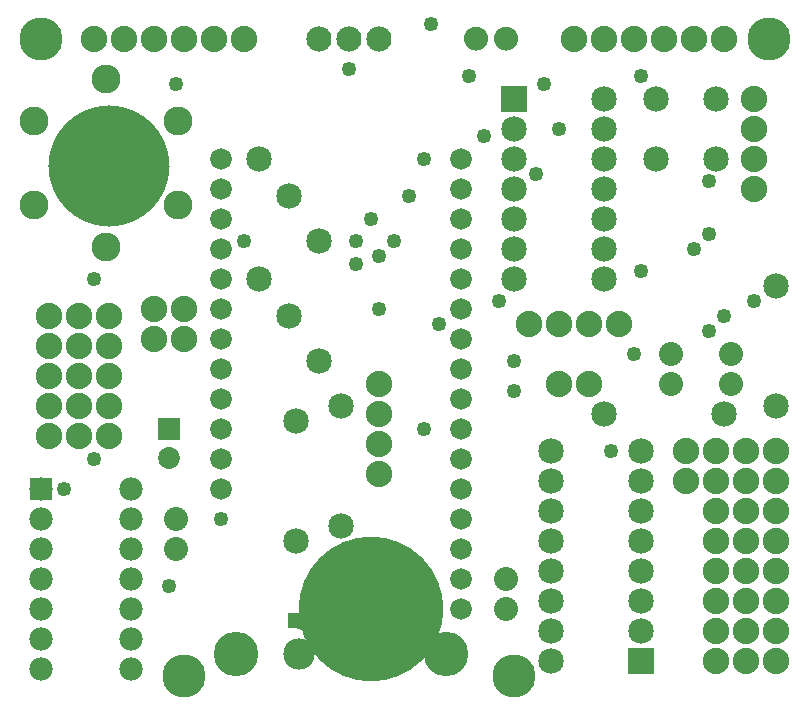
<source format=gbs>
G04 MADE WITH FRITZING*
G04 WWW.FRITZING.ORG*
G04 DOUBLE SIDED*
G04 HOLES PLATED*
G04 CONTOUR ON CENTER OF CONTOUR VECTOR*
%ASAXBY*%
%FSLAX23Y23*%
%MOIN*%
%OFA0B0*%
%SFA1.0B1.0*%
%ADD10C,0.049370*%
%ADD11C,0.088000*%
%ADD12C,0.096000*%
%ADD13C,0.085000*%
%ADD14C,0.080000*%
%ADD15C,0.072992*%
%ADD16C,0.084000*%
%ADD17C,0.148425*%
%ADD18C,0.105000*%
%ADD19C,0.061496*%
%ADD20C,0.072000*%
%ADD21C,0.077559*%
%ADD22C,0.143858*%
%ADD23C,0.403700*%
%ADD24C,0.482440*%
%ADD25R,0.072992X0.072992*%
%ADD26R,0.085000X0.085000*%
%ADD27R,0.077559X0.077559*%
%ADD28C,0.039783*%
%ADD29R,0.001000X0.001000*%
%LNMASK0*%
G90*
G70*
G54D10*
X174Y707D03*
X273Y1407D03*
G54D11*
X273Y2207D03*
X373Y2207D03*
X473Y2207D03*
X573Y2207D03*
X673Y2207D03*
X773Y2207D03*
G54D10*
X1274Y1532D03*
X1998Y833D03*
X2073Y1158D03*
X547Y2058D03*
X773Y1532D03*
G54D12*
X313Y2072D03*
X553Y1932D03*
X313Y1512D03*
X73Y1652D03*
X553Y1652D03*
X73Y1932D03*
G54D10*
X2098Y2082D03*
X1398Y2257D03*
X1148Y1532D03*
X1198Y1607D03*
X1773Y2057D03*
X1524Y2082D03*
X1574Y1883D03*
X1123Y2107D03*
X1823Y1907D03*
X1748Y1757D03*
X2273Y1507D03*
X2373Y1282D03*
X2323Y1557D03*
X2323Y1232D03*
X2098Y1432D03*
X2473Y1332D03*
X2323Y1732D03*
G54D13*
X2373Y957D03*
X1973Y957D03*
X2548Y1382D03*
X2548Y982D03*
G54D14*
X2198Y1157D03*
X2198Y1057D03*
X2398Y1157D03*
X2398Y1057D03*
G54D11*
X2248Y732D03*
X2248Y832D03*
G54D13*
X2148Y1807D03*
X2348Y1807D03*
X2148Y2007D03*
X2348Y2007D03*
X1098Y582D03*
X1098Y982D03*
X948Y532D03*
X948Y932D03*
G54D15*
X523Y907D03*
X523Y809D03*
G54D16*
X1023Y2207D03*
X1123Y2207D03*
X1223Y2207D03*
G54D11*
X123Y1282D03*
X223Y1282D03*
X323Y1282D03*
G54D17*
X1448Y157D03*
G54D18*
X956Y158D03*
G54D19*
X968Y268D03*
G54D20*
X1498Y1807D03*
X1498Y1707D03*
X1498Y1607D03*
X1498Y1507D03*
X1498Y1407D03*
X1498Y1307D03*
X1498Y1207D03*
X1498Y1107D03*
X1498Y1007D03*
G54D17*
X748Y157D03*
G54D20*
X1498Y907D03*
X1498Y807D03*
X1498Y707D03*
X1498Y607D03*
X1498Y507D03*
X1498Y407D03*
X1498Y307D03*
X698Y707D03*
X698Y807D03*
X698Y907D03*
X698Y1007D03*
X698Y1107D03*
X698Y1207D03*
X698Y1307D03*
X698Y1407D03*
X698Y1507D03*
X698Y1607D03*
X698Y1707D03*
X698Y1807D03*
G54D19*
X1228Y268D03*
G54D18*
X1240Y158D03*
G54D10*
X1148Y1457D03*
G54D11*
X1223Y957D03*
X1223Y1057D03*
X1223Y757D03*
X1223Y857D03*
X1923Y1057D03*
X1823Y1057D03*
G54D10*
X1423Y1257D03*
X1223Y1307D03*
X523Y383D03*
X273Y807D03*
G54D11*
X1873Y2207D03*
X1973Y2207D03*
X2073Y2207D03*
X2173Y2207D03*
X2273Y2207D03*
X2373Y2207D03*
X2548Y132D03*
X2548Y232D03*
X2548Y332D03*
X2548Y432D03*
X2548Y532D03*
X2548Y632D03*
X2548Y732D03*
X2548Y832D03*
X2448Y132D03*
X2448Y232D03*
X2448Y332D03*
X2448Y432D03*
X2448Y532D03*
X2448Y632D03*
X2448Y732D03*
X2448Y832D03*
X2348Y132D03*
X2348Y232D03*
X2348Y332D03*
X2348Y432D03*
X2348Y532D03*
X2348Y632D03*
X2348Y732D03*
X2348Y832D03*
X1723Y1257D03*
X1823Y1257D03*
X1923Y1257D03*
X2023Y1257D03*
X2473Y2007D03*
X2473Y1907D03*
X2473Y1807D03*
X2473Y1707D03*
G54D13*
X1673Y2007D03*
X1973Y2007D03*
X1673Y1907D03*
X1973Y1907D03*
X1673Y1807D03*
X1973Y1807D03*
X1673Y1707D03*
X1973Y1707D03*
X1673Y1607D03*
X1973Y1607D03*
X1673Y1507D03*
X1973Y1507D03*
X1673Y1407D03*
X1973Y1407D03*
X2098Y132D03*
X1798Y132D03*
X2098Y232D03*
X1798Y232D03*
X2098Y332D03*
X1798Y332D03*
X2098Y432D03*
X1798Y432D03*
X2098Y532D03*
X1798Y532D03*
X2098Y632D03*
X1798Y632D03*
X2098Y732D03*
X1798Y732D03*
X2098Y832D03*
X1798Y832D03*
G54D14*
X548Y607D03*
X548Y507D03*
X1648Y407D03*
X1648Y307D03*
G54D10*
X1223Y1482D03*
X1373Y1807D03*
X1373Y907D03*
X1323Y1682D03*
X1623Y1332D03*
X1673Y1032D03*
X1673Y1132D03*
G54D13*
X823Y1807D03*
X823Y1407D03*
X923Y1282D03*
X923Y1682D03*
X1023Y1132D03*
X1023Y1532D03*
G54D11*
X573Y1307D03*
X473Y1307D03*
X573Y1207D03*
X473Y1207D03*
G54D21*
X98Y707D03*
X398Y707D03*
X98Y607D03*
X398Y607D03*
X98Y507D03*
X398Y507D03*
X98Y407D03*
X398Y407D03*
X98Y307D03*
X398Y307D03*
X98Y207D03*
X398Y207D03*
X98Y107D03*
X398Y107D03*
G54D11*
X223Y1182D03*
X223Y1082D03*
X223Y982D03*
X223Y882D03*
X123Y1182D03*
X123Y1082D03*
X123Y982D03*
X123Y882D03*
X323Y1182D03*
X323Y1082D03*
X323Y982D03*
X323Y882D03*
G54D22*
X1673Y82D03*
X573Y82D03*
X2523Y2207D03*
X98Y2207D03*
G54D23*
X323Y1782D03*
G54D24*
X1198Y307D03*
G54D10*
X698Y607D03*
G54D25*
X523Y907D03*
G54D26*
X1673Y2007D03*
X2098Y132D03*
G54D27*
X98Y707D03*
G54D28*
G36*
X924Y190D02*
X989Y190D01*
X989Y125D01*
X924Y125D01*
X924Y190D01*
G37*
D02*
G36*
X1207Y190D02*
X1273Y190D01*
X1273Y125D01*
X1207Y125D01*
X1207Y190D01*
G37*
D02*
G54D29*
X1541Y2247D02*
X1554Y2247D01*
X1641Y2247D02*
X1654Y2247D01*
X1537Y2246D02*
X1558Y2246D01*
X1637Y2246D02*
X1658Y2246D01*
X1534Y2245D02*
X1561Y2245D01*
X1634Y2245D02*
X1661Y2245D01*
X1531Y2244D02*
X1564Y2244D01*
X1631Y2244D02*
X1664Y2244D01*
X1529Y2243D02*
X1566Y2243D01*
X1629Y2243D02*
X1666Y2243D01*
X1528Y2242D02*
X1567Y2242D01*
X1628Y2242D02*
X1667Y2242D01*
X1526Y2241D02*
X1569Y2241D01*
X1626Y2241D02*
X1669Y2241D01*
X1525Y2240D02*
X1570Y2240D01*
X1625Y2240D02*
X1670Y2240D01*
X1523Y2239D02*
X1572Y2239D01*
X1623Y2239D02*
X1672Y2239D01*
X1522Y2238D02*
X1573Y2238D01*
X1622Y2238D02*
X1673Y2238D01*
X1521Y2237D02*
X1574Y2237D01*
X1621Y2237D02*
X1674Y2237D01*
X1520Y2236D02*
X1575Y2236D01*
X1620Y2236D02*
X1675Y2236D01*
X1519Y2235D02*
X1576Y2235D01*
X1619Y2235D02*
X1676Y2235D01*
X1518Y2234D02*
X1577Y2234D01*
X1618Y2234D02*
X1677Y2234D01*
X1517Y2233D02*
X1578Y2233D01*
X1617Y2233D02*
X1678Y2233D01*
X1516Y2232D02*
X1579Y2232D01*
X1616Y2232D02*
X1679Y2232D01*
X1516Y2231D02*
X1579Y2231D01*
X1616Y2231D02*
X1679Y2231D01*
X1515Y2230D02*
X1580Y2230D01*
X1615Y2230D02*
X1680Y2230D01*
X1514Y2229D02*
X1581Y2229D01*
X1614Y2229D02*
X1681Y2229D01*
X1514Y2228D02*
X1581Y2228D01*
X1614Y2228D02*
X1681Y2228D01*
X1513Y2227D02*
X1582Y2227D01*
X1613Y2227D02*
X1682Y2227D01*
X1513Y2226D02*
X1582Y2226D01*
X1612Y2226D02*
X1682Y2226D01*
X1512Y2225D02*
X1583Y2225D01*
X1612Y2225D02*
X1683Y2225D01*
X1512Y2224D02*
X1583Y2224D01*
X1611Y2224D02*
X1683Y2224D01*
X1511Y2223D02*
X1584Y2223D01*
X1611Y2223D02*
X1684Y2223D01*
X1511Y2222D02*
X1584Y2222D01*
X1611Y2222D02*
X1684Y2222D01*
X1510Y2221D02*
X1585Y2221D01*
X1610Y2221D02*
X1685Y2221D01*
X1510Y2220D02*
X1585Y2220D01*
X1610Y2220D02*
X1685Y2220D01*
X1510Y2219D02*
X1585Y2219D01*
X1610Y2219D02*
X1685Y2219D01*
X1509Y2218D02*
X1586Y2218D01*
X1609Y2218D02*
X1686Y2218D01*
X1509Y2217D02*
X1586Y2217D01*
X1609Y2217D02*
X1686Y2217D01*
X1509Y2216D02*
X1586Y2216D01*
X1609Y2216D02*
X1686Y2216D01*
X1509Y2215D02*
X1586Y2215D01*
X1609Y2215D02*
X1686Y2215D01*
X1509Y2214D02*
X1586Y2214D01*
X1609Y2214D02*
X1686Y2214D01*
X1508Y2213D02*
X1587Y2213D01*
X1608Y2213D02*
X1687Y2213D01*
X1508Y2212D02*
X1587Y2212D01*
X1608Y2212D02*
X1687Y2212D01*
X1508Y2211D02*
X1587Y2211D01*
X1608Y2211D02*
X1687Y2211D01*
X1508Y2210D02*
X1587Y2210D01*
X1608Y2210D02*
X1687Y2210D01*
X1508Y2209D02*
X1587Y2209D01*
X1608Y2209D02*
X1687Y2209D01*
X1508Y2208D02*
X1587Y2208D01*
X1608Y2208D02*
X1687Y2208D01*
X1508Y2207D02*
X1587Y2207D01*
X1608Y2207D02*
X1687Y2207D01*
X1508Y2206D02*
X1587Y2206D01*
X1608Y2206D02*
X1687Y2206D01*
X1508Y2205D02*
X1587Y2205D01*
X1608Y2205D02*
X1687Y2205D01*
X1508Y2204D02*
X1587Y2204D01*
X1608Y2204D02*
X1687Y2204D01*
X1508Y2203D02*
X1587Y2203D01*
X1608Y2203D02*
X1687Y2203D01*
X1509Y2202D02*
X1586Y2202D01*
X1609Y2202D02*
X1686Y2202D01*
X1509Y2201D02*
X1586Y2201D01*
X1609Y2201D02*
X1686Y2201D01*
X1509Y2200D02*
X1586Y2200D01*
X1609Y2200D02*
X1686Y2200D01*
X1509Y2199D02*
X1586Y2199D01*
X1609Y2199D02*
X1686Y2199D01*
X1509Y2198D02*
X1586Y2198D01*
X1609Y2198D02*
X1686Y2198D01*
X1510Y2197D02*
X1585Y2197D01*
X1610Y2197D02*
X1685Y2197D01*
X1510Y2196D02*
X1585Y2196D01*
X1610Y2196D02*
X1685Y2196D01*
X1510Y2195D02*
X1585Y2195D01*
X1610Y2195D02*
X1685Y2195D01*
X1510Y2194D02*
X1585Y2194D01*
X1610Y2194D02*
X1685Y2194D01*
X1511Y2193D02*
X1584Y2193D01*
X1611Y2193D02*
X1684Y2193D01*
X1511Y2192D02*
X1584Y2192D01*
X1611Y2192D02*
X1684Y2192D01*
X1512Y2191D02*
X1583Y2191D01*
X1612Y2191D02*
X1683Y2191D01*
X1512Y2190D02*
X1583Y2190D01*
X1612Y2190D02*
X1683Y2190D01*
X1513Y2189D02*
X1582Y2189D01*
X1613Y2189D02*
X1682Y2189D01*
X1513Y2188D02*
X1582Y2188D01*
X1613Y2188D02*
X1682Y2188D01*
X1514Y2187D02*
X1581Y2187D01*
X1614Y2187D02*
X1681Y2187D01*
X1515Y2186D02*
X1580Y2186D01*
X1614Y2186D02*
X1680Y2186D01*
X1515Y2185D02*
X1580Y2185D01*
X1615Y2185D02*
X1680Y2185D01*
X1516Y2184D02*
X1579Y2184D01*
X1616Y2184D02*
X1679Y2184D01*
X1517Y2183D02*
X1578Y2183D01*
X1617Y2183D02*
X1678Y2183D01*
X1517Y2182D02*
X1578Y2182D01*
X1617Y2182D02*
X1678Y2182D01*
X1518Y2181D02*
X1577Y2181D01*
X1618Y2181D02*
X1677Y2181D01*
X1519Y2180D02*
X1576Y2180D01*
X1619Y2180D02*
X1676Y2180D01*
X1520Y2179D02*
X1575Y2179D01*
X1620Y2179D02*
X1675Y2179D01*
X1521Y2178D02*
X1574Y2178D01*
X1621Y2178D02*
X1674Y2178D01*
X1522Y2177D02*
X1573Y2177D01*
X1622Y2177D02*
X1673Y2177D01*
X1524Y2176D02*
X1571Y2176D01*
X1624Y2176D02*
X1671Y2176D01*
X1525Y2175D02*
X1570Y2175D01*
X1625Y2175D02*
X1670Y2175D01*
X1527Y2174D02*
X1568Y2174D01*
X1627Y2174D02*
X1668Y2174D01*
X1528Y2173D02*
X1567Y2173D01*
X1628Y2173D02*
X1667Y2173D01*
X1530Y2172D02*
X1565Y2172D01*
X1630Y2172D02*
X1665Y2172D01*
X1532Y2171D02*
X1563Y2171D01*
X1632Y2171D02*
X1663Y2171D01*
X1535Y2170D02*
X1560Y2170D01*
X1635Y2170D02*
X1660Y2170D01*
X1538Y2169D02*
X1557Y2169D01*
X1638Y2169D02*
X1657Y2169D01*
X1544Y2168D02*
X1551Y2168D01*
X1644Y2168D02*
X1651Y2168D01*
X963Y294D02*
X972Y294D01*
X1223Y294D02*
X1232Y294D01*
X922Y293D02*
X993Y293D01*
X1202Y293D02*
X1273Y293D01*
X922Y292D02*
X993Y292D01*
X1202Y292D02*
X1273Y292D01*
X922Y291D02*
X993Y291D01*
X1202Y291D02*
X1273Y291D01*
X922Y290D02*
X993Y290D01*
X1202Y290D02*
X1273Y290D01*
X922Y289D02*
X993Y289D01*
X1202Y289D02*
X1273Y289D01*
X922Y288D02*
X993Y288D01*
X1202Y288D02*
X1273Y288D01*
X922Y287D02*
X993Y287D01*
X1202Y287D02*
X1273Y287D01*
X922Y286D02*
X993Y286D01*
X1202Y286D02*
X1273Y286D01*
X922Y285D02*
X993Y285D01*
X1202Y285D02*
X1273Y285D01*
X922Y284D02*
X993Y284D01*
X1202Y284D02*
X1273Y284D01*
X922Y283D02*
X962Y283D01*
X974Y283D02*
X993Y283D01*
X1202Y283D02*
X1221Y283D01*
X1234Y283D02*
X1273Y283D01*
X922Y282D02*
X959Y282D01*
X976Y282D02*
X993Y282D01*
X1202Y282D02*
X1219Y282D01*
X1236Y282D02*
X1273Y282D01*
X922Y281D02*
X958Y281D01*
X977Y281D02*
X993Y281D01*
X1202Y281D02*
X1218Y281D01*
X1237Y281D02*
X1273Y281D01*
X922Y280D02*
X957Y280D01*
X979Y280D02*
X993Y280D01*
X1202Y280D02*
X1217Y280D01*
X1238Y280D02*
X1273Y280D01*
X922Y279D02*
X956Y279D01*
X980Y279D02*
X993Y279D01*
X1202Y279D02*
X1216Y279D01*
X1239Y279D02*
X1273Y279D01*
X922Y278D02*
X955Y278D01*
X980Y278D02*
X993Y278D01*
X1202Y278D02*
X1215Y278D01*
X1240Y278D02*
X1273Y278D01*
X922Y277D02*
X954Y277D01*
X981Y277D02*
X993Y277D01*
X1202Y277D02*
X1214Y277D01*
X1241Y277D02*
X1273Y277D01*
X922Y276D02*
X953Y276D01*
X982Y276D02*
X993Y276D01*
X1202Y276D02*
X1213Y276D01*
X1242Y276D02*
X1273Y276D01*
X922Y275D02*
X953Y275D01*
X982Y275D02*
X993Y275D01*
X1202Y275D02*
X1213Y275D01*
X1242Y275D02*
X1273Y275D01*
X922Y274D02*
X952Y274D01*
X983Y274D02*
X993Y274D01*
X1202Y274D02*
X1212Y274D01*
X1243Y274D02*
X1273Y274D01*
X922Y273D02*
X952Y273D01*
X983Y273D02*
X993Y273D01*
X1202Y273D02*
X1212Y273D01*
X1243Y273D02*
X1273Y273D01*
X922Y272D02*
X952Y272D01*
X983Y272D02*
X993Y272D01*
X1202Y272D02*
X1212Y272D01*
X1243Y272D02*
X1273Y272D01*
X922Y271D02*
X952Y271D01*
X984Y271D02*
X993Y271D01*
X1202Y271D02*
X1212Y271D01*
X1243Y271D02*
X1273Y271D01*
X922Y270D02*
X952Y270D01*
X984Y270D02*
X993Y270D01*
X1202Y270D02*
X1212Y270D01*
X1244Y270D02*
X1273Y270D01*
X922Y269D02*
X951Y269D01*
X984Y269D02*
X993Y269D01*
X1202Y269D02*
X1211Y269D01*
X1244Y269D02*
X1273Y269D01*
X922Y268D02*
X951Y268D01*
X984Y268D02*
X993Y268D01*
X1202Y268D02*
X1211Y268D01*
X1244Y268D02*
X1273Y268D01*
X922Y267D02*
X951Y267D01*
X984Y267D02*
X993Y267D01*
X1202Y267D02*
X1212Y267D01*
X1244Y267D02*
X1273Y267D01*
X922Y266D02*
X952Y266D01*
X984Y266D02*
X993Y266D01*
X1202Y266D02*
X1212Y266D01*
X1244Y266D02*
X1273Y266D01*
X922Y265D02*
X952Y265D01*
X983Y265D02*
X993Y265D01*
X1202Y265D02*
X1212Y265D01*
X1243Y265D02*
X1273Y265D01*
X922Y264D02*
X952Y264D01*
X983Y264D02*
X993Y264D01*
X1202Y264D02*
X1212Y264D01*
X1243Y264D02*
X1273Y264D01*
X922Y263D02*
X952Y263D01*
X983Y263D02*
X993Y263D01*
X1202Y263D02*
X1212Y263D01*
X1243Y263D02*
X1273Y263D01*
X922Y262D02*
X953Y262D01*
X983Y262D02*
X993Y262D01*
X1202Y262D02*
X1212Y262D01*
X1242Y262D02*
X1273Y262D01*
X922Y261D02*
X953Y261D01*
X982Y261D02*
X993Y261D01*
X1202Y261D02*
X1213Y261D01*
X1242Y261D02*
X1273Y261D01*
X922Y260D02*
X954Y260D01*
X982Y260D02*
X993Y260D01*
X1202Y260D02*
X1214Y260D01*
X1241Y260D02*
X1273Y260D01*
X922Y259D02*
X954Y259D01*
X981Y259D02*
X993Y259D01*
X1202Y259D02*
X1214Y259D01*
X1241Y259D02*
X1273Y259D01*
X922Y258D02*
X955Y258D01*
X980Y258D02*
X993Y258D01*
X1202Y258D02*
X1215Y258D01*
X1240Y258D02*
X1273Y258D01*
X922Y257D02*
X956Y257D01*
X979Y257D02*
X993Y257D01*
X1202Y257D02*
X1216Y257D01*
X1239Y257D02*
X1273Y257D01*
X922Y256D02*
X957Y256D01*
X978Y256D02*
X993Y256D01*
X1202Y256D02*
X1217Y256D01*
X1238Y256D02*
X1273Y256D01*
X922Y255D02*
X959Y255D01*
X977Y255D02*
X993Y255D01*
X1202Y255D02*
X1218Y255D01*
X1237Y255D02*
X1273Y255D01*
X922Y254D02*
X960Y254D01*
X975Y254D02*
X993Y254D01*
X1202Y254D02*
X1220Y254D01*
X1235Y254D02*
X1273Y254D01*
X922Y253D02*
X963Y253D01*
X972Y253D02*
X993Y253D01*
X1202Y253D02*
X1223Y253D01*
X1232Y253D02*
X1273Y253D01*
X922Y252D02*
X993Y252D01*
X1202Y252D02*
X1273Y252D01*
X922Y251D02*
X993Y251D01*
X1202Y251D02*
X1273Y251D01*
X922Y250D02*
X993Y250D01*
X1202Y250D02*
X1273Y250D01*
X922Y249D02*
X993Y249D01*
X1202Y249D02*
X1273Y249D01*
X922Y248D02*
X993Y248D01*
X1202Y248D02*
X1273Y248D01*
X922Y247D02*
X993Y247D01*
X1202Y247D02*
X1273Y247D01*
X922Y246D02*
X993Y246D01*
X1202Y246D02*
X1273Y246D01*
X922Y245D02*
X993Y245D01*
X1202Y245D02*
X1273Y245D01*
X922Y244D02*
X993Y244D01*
X1202Y244D02*
X1273Y244D01*
X922Y243D02*
X993Y243D01*
X1202Y243D02*
X1273Y243D01*
D02*
G04 End of Mask0*
M02*
</source>
